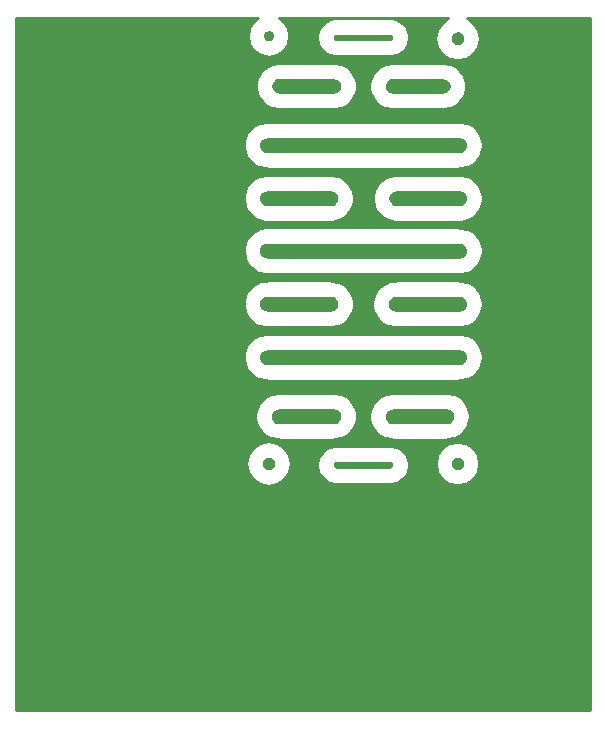
<source format=gbr>
G04 #@! TF.FileFunction,Copper,L2,Bot,Signal*
%FSLAX46Y46*%
G04 Gerber Fmt 4.6, Leading zero omitted, Abs format (unit mm)*
G04 Created by KiCad (PCBNEW 4.0.6+dfsg1-1) date Sun Jan 28 21:25:43 2018*
%MOMM*%
%LPD*%
G01*
G04 APERTURE LIST*
%ADD10C,0.100000*%
%ADD11C,2.499360*%
%ADD12C,0.254000*%
G04 APERTURE END LIST*
D10*
D11*
X104750000Y-53750000D03*
X104750000Y-106250000D03*
X145250000Y-106250000D03*
X145250000Y-53750000D03*
D12*
G36*
X120852266Y-50952266D02*
X120469756Y-51524731D01*
X120335437Y-52200000D01*
X120469756Y-52875269D01*
X120852266Y-53447734D01*
X121424731Y-53830244D01*
X122100000Y-53964563D01*
X122775269Y-53830244D01*
X123347734Y-53447734D01*
X123730244Y-52875269D01*
X123864563Y-52200000D01*
X123855933Y-52156609D01*
X126229123Y-52156609D01*
X126229124Y-52310089D01*
X126229123Y-52493391D01*
X126293825Y-52818672D01*
X126293825Y-52818673D01*
X126403572Y-53083625D01*
X126587829Y-53359385D01*
X126790615Y-53562171D01*
X127066375Y-53746428D01*
X127331328Y-53856175D01*
X127656610Y-53920877D01*
X127729000Y-53920877D01*
X127800000Y-53935000D01*
X132400000Y-53935000D01*
X132471002Y-53920877D01*
X132543391Y-53920877D01*
X132868672Y-53856175D01*
X132868673Y-53856175D01*
X133133625Y-53746428D01*
X133409385Y-53562171D01*
X133612171Y-53359385D01*
X133796428Y-53083625D01*
X133906175Y-52818672D01*
X133970877Y-52493390D01*
X133970877Y-52156610D01*
X133906175Y-51831328D01*
X133822419Y-51629123D01*
X133796428Y-51566375D01*
X133612171Y-51290615D01*
X133409385Y-51087829D01*
X133133625Y-50903572D01*
X132868673Y-50793825D01*
X132868672Y-50793825D01*
X132543391Y-50729123D01*
X132471002Y-50729123D01*
X132400000Y-50715000D01*
X127800000Y-50715000D01*
X127729000Y-50729123D01*
X127656610Y-50729123D01*
X127331328Y-50793825D01*
X127066375Y-50903572D01*
X126790615Y-51087829D01*
X126587829Y-51290615D01*
X126403572Y-51566375D01*
X126332122Y-51738870D01*
X126293825Y-51831328D01*
X126229123Y-52156609D01*
X123855933Y-52156609D01*
X123730244Y-51524731D01*
X123347734Y-50952266D01*
X122985158Y-50710000D01*
X137318892Y-50710000D01*
X136774051Y-51074051D01*
X136367564Y-51682402D01*
X136224825Y-52400000D01*
X136367564Y-53117598D01*
X136774051Y-53725949D01*
X137382402Y-54132436D01*
X138100000Y-54275175D01*
X138817598Y-54132436D01*
X139425949Y-53725949D01*
X139832436Y-53117598D01*
X139975175Y-52400000D01*
X139832436Y-51682402D01*
X139425949Y-51074051D01*
X138881108Y-50710000D01*
X149290000Y-50710000D01*
X149290000Y-109290000D01*
X100710000Y-109290000D01*
X100710000Y-88400000D01*
X120224825Y-88400000D01*
X120367564Y-89117598D01*
X120774051Y-89725949D01*
X121382402Y-90132436D01*
X122100000Y-90275175D01*
X122817598Y-90132436D01*
X123425949Y-89725949D01*
X123832436Y-89117598D01*
X123975175Y-88400000D01*
X123966545Y-88356609D01*
X126229123Y-88356609D01*
X126229124Y-88510089D01*
X126229123Y-88693391D01*
X126293825Y-89018672D01*
X126293825Y-89018673D01*
X126403572Y-89283625D01*
X126587829Y-89559385D01*
X126790615Y-89762171D01*
X127066375Y-89946428D01*
X127331328Y-90056175D01*
X127656610Y-90120877D01*
X127729000Y-90120877D01*
X127800000Y-90135000D01*
X132400000Y-90135000D01*
X132471002Y-90120877D01*
X132543391Y-90120877D01*
X132868672Y-90056175D01*
X132868673Y-90056175D01*
X133133625Y-89946428D01*
X133409385Y-89762171D01*
X133612171Y-89559385D01*
X133796428Y-89283625D01*
X133906175Y-89018672D01*
X133970877Y-88693390D01*
X133970877Y-88400000D01*
X136246966Y-88400000D01*
X136388020Y-89109125D01*
X136789707Y-89710293D01*
X137390875Y-90111980D01*
X138100000Y-90253034D01*
X138809125Y-90111980D01*
X139410293Y-89710293D01*
X139811980Y-89109125D01*
X139953034Y-88400000D01*
X139811980Y-87690875D01*
X139410293Y-87089707D01*
X138809125Y-86688020D01*
X138100000Y-86546966D01*
X137390875Y-86688020D01*
X136789707Y-87089707D01*
X136388020Y-87690875D01*
X136246966Y-88400000D01*
X133970877Y-88400000D01*
X133970877Y-88356610D01*
X133906175Y-88031328D01*
X133822419Y-87829123D01*
X133796428Y-87766375D01*
X133612171Y-87490615D01*
X133409385Y-87287829D01*
X133133625Y-87103572D01*
X132868673Y-86993825D01*
X132868672Y-86993825D01*
X132543391Y-86929123D01*
X132471002Y-86929123D01*
X132400000Y-86915000D01*
X127800000Y-86915000D01*
X127729000Y-86929123D01*
X127656610Y-86929123D01*
X127331328Y-86993825D01*
X127066375Y-87103572D01*
X126790615Y-87287829D01*
X126587829Y-87490615D01*
X126403572Y-87766375D01*
X126293825Y-88031327D01*
X126293825Y-88031328D01*
X126229123Y-88356609D01*
X123966545Y-88356609D01*
X123832436Y-87682402D01*
X123425949Y-87074051D01*
X122817598Y-86667564D01*
X122100000Y-86524825D01*
X121382402Y-86667564D01*
X120774051Y-87074051D01*
X120367564Y-87682402D01*
X120224825Y-88400000D01*
X100710000Y-88400000D01*
X100710000Y-84464464D01*
X120973968Y-84464464D01*
X120979123Y-84478468D01*
X120979123Y-84543392D01*
X121074274Y-85021744D01*
X121074274Y-85021746D01*
X121184021Y-85286698D01*
X121454987Y-85692228D01*
X121657773Y-85895013D01*
X122063302Y-86165979D01*
X122250651Y-86243582D01*
X122328254Y-86275726D01*
X122806608Y-86370877D01*
X122879000Y-86370877D01*
X122950000Y-86385000D01*
X127600000Y-86385000D01*
X127671000Y-86370877D01*
X127743392Y-86370877D01*
X128221746Y-86275726D01*
X128486698Y-86165979D01*
X128892228Y-85895013D01*
X129095013Y-85692227D01*
X129365979Y-85286698D01*
X129453240Y-85076032D01*
X129475726Y-85021746D01*
X129570877Y-84543392D01*
X129570877Y-84464464D01*
X130623968Y-84464464D01*
X130629123Y-84478468D01*
X130629123Y-84543392D01*
X130724274Y-85021744D01*
X130724274Y-85021746D01*
X130834021Y-85286698D01*
X131104987Y-85692228D01*
X131307773Y-85895013D01*
X131713302Y-86165979D01*
X131900651Y-86243582D01*
X131978254Y-86275726D01*
X132456608Y-86370877D01*
X132479000Y-86370877D01*
X132550000Y-86385000D01*
X137200000Y-86385000D01*
X137271000Y-86370877D01*
X137293392Y-86370877D01*
X137771746Y-86275726D01*
X138036698Y-86165979D01*
X138442228Y-85895013D01*
X138645013Y-85692227D01*
X138915979Y-85286698D01*
X139003240Y-85076032D01*
X139025726Y-85021746D01*
X139120877Y-84543392D01*
X139120877Y-84256608D01*
X139025726Y-83778254D01*
X138984664Y-83679123D01*
X138915979Y-83513302D01*
X138645013Y-83107773D01*
X138543848Y-83006608D01*
X138442228Y-82904987D01*
X138036698Y-82634021D01*
X137771746Y-82524274D01*
X137293392Y-82429123D01*
X137271000Y-82429123D01*
X137200000Y-82415000D01*
X132600000Y-82415000D01*
X132551670Y-82424613D01*
X132535535Y-82423968D01*
X132053376Y-82499984D01*
X131784248Y-82599054D01*
X131367882Y-82853798D01*
X131367879Y-82853799D01*
X131157150Y-83048318D01*
X130869964Y-83443009D01*
X130837498Y-83513302D01*
X130749715Y-83703362D01*
X130635430Y-84177911D01*
X130632620Y-84248168D01*
X130629123Y-84256610D01*
X130629123Y-84335588D01*
X130623968Y-84464464D01*
X129570877Y-84464464D01*
X129570877Y-84256608D01*
X129475726Y-83778254D01*
X129434664Y-83679123D01*
X129365979Y-83513302D01*
X129095013Y-83107773D01*
X128993848Y-83006608D01*
X128892228Y-82904987D01*
X128486698Y-82634021D01*
X128221746Y-82524274D01*
X127743392Y-82429123D01*
X127671000Y-82429123D01*
X127600000Y-82415000D01*
X123000000Y-82415000D01*
X122943299Y-82426279D01*
X122885535Y-82423968D01*
X122403376Y-82499984D01*
X122134248Y-82599054D01*
X121717882Y-82853798D01*
X121717879Y-82853799D01*
X121507150Y-83048318D01*
X121219964Y-83443009D01*
X121187498Y-83513302D01*
X121099715Y-83703362D01*
X120985430Y-84177911D01*
X120982620Y-84248168D01*
X120979123Y-84256610D01*
X120979123Y-84335588D01*
X120973968Y-84464464D01*
X100710000Y-84464464D01*
X100710000Y-79464464D01*
X119973968Y-79464464D01*
X119979123Y-79478468D01*
X119979123Y-79543392D01*
X120074274Y-80021744D01*
X120074274Y-80021746D01*
X120184021Y-80286698D01*
X120454987Y-80692228D01*
X120657773Y-80895013D01*
X121063302Y-81165979D01*
X121250651Y-81243582D01*
X121328254Y-81275726D01*
X121806608Y-81370877D01*
X121879000Y-81370877D01*
X121950000Y-81385000D01*
X138250000Y-81385000D01*
X138321000Y-81370877D01*
X138393392Y-81370877D01*
X138871746Y-81275726D01*
X139136698Y-81165979D01*
X139542228Y-80895013D01*
X139745013Y-80692227D01*
X140015979Y-80286698D01*
X140103240Y-80076032D01*
X140125726Y-80021746D01*
X140220877Y-79543392D01*
X140220877Y-79256608D01*
X140125726Y-78778254D01*
X140084664Y-78679123D01*
X140015979Y-78513302D01*
X139745013Y-78107773D01*
X139643848Y-78006608D01*
X139542228Y-77904987D01*
X139136698Y-77634021D01*
X138871746Y-77524274D01*
X138393392Y-77429123D01*
X138321000Y-77429123D01*
X138250000Y-77415000D01*
X121950000Y-77415000D01*
X121901670Y-77424613D01*
X121885535Y-77423968D01*
X121403376Y-77499984D01*
X121134248Y-77599054D01*
X120717882Y-77853798D01*
X120717879Y-77853799D01*
X120507150Y-78048318D01*
X120219964Y-78443009D01*
X120187498Y-78513302D01*
X120099715Y-78703362D01*
X119985430Y-79177911D01*
X119982620Y-79248168D01*
X119979123Y-79256610D01*
X119979123Y-79335588D01*
X119973968Y-79464464D01*
X100710000Y-79464464D01*
X100710000Y-74964464D01*
X119973968Y-74964464D01*
X119979123Y-74978468D01*
X119979123Y-75043392D01*
X120074274Y-75521744D01*
X120074274Y-75521746D01*
X120184021Y-75786698D01*
X120454987Y-76192228D01*
X120657773Y-76395013D01*
X121063302Y-76665979D01*
X121250651Y-76743582D01*
X121328254Y-76775726D01*
X121806608Y-76870877D01*
X121879000Y-76870877D01*
X121950000Y-76885000D01*
X127350000Y-76885000D01*
X127421000Y-76870877D01*
X127493392Y-76870877D01*
X127971746Y-76775726D01*
X128236698Y-76665979D01*
X128642228Y-76395013D01*
X128845013Y-76192227D01*
X129115979Y-75786698D01*
X129203240Y-75576032D01*
X129225726Y-75521746D01*
X129320877Y-75043392D01*
X129320877Y-74964464D01*
X130873968Y-74964464D01*
X130879123Y-74978468D01*
X130879123Y-75043392D01*
X130974274Y-75521744D01*
X130974274Y-75521746D01*
X131084021Y-75786698D01*
X131354987Y-76192228D01*
X131557773Y-76395013D01*
X131963302Y-76665979D01*
X132150651Y-76743582D01*
X132228254Y-76775726D01*
X132706608Y-76870877D01*
X132829000Y-76870877D01*
X132900000Y-76885000D01*
X138250000Y-76885000D01*
X138321000Y-76870877D01*
X138393392Y-76870877D01*
X138871746Y-76775726D01*
X139136698Y-76665979D01*
X139542228Y-76395013D01*
X139745013Y-76192227D01*
X140015979Y-75786698D01*
X140103240Y-75576032D01*
X140125726Y-75521746D01*
X140220877Y-75043392D01*
X140220877Y-74756608D01*
X140125726Y-74278254D01*
X140084664Y-74179123D01*
X140015979Y-74013302D01*
X139745013Y-73607773D01*
X139643848Y-73506608D01*
X139542228Y-73404987D01*
X139136698Y-73134021D01*
X138871746Y-73024274D01*
X138393392Y-72929123D01*
X138321000Y-72929123D01*
X138250000Y-72915000D01*
X132900000Y-72915000D01*
X132843299Y-72926279D01*
X132785535Y-72923968D01*
X132303376Y-72999984D01*
X132034248Y-73099054D01*
X131617882Y-73353798D01*
X131617879Y-73353799D01*
X131407150Y-73548318D01*
X131119964Y-73943009D01*
X131087498Y-74013302D01*
X130999715Y-74203362D01*
X130885430Y-74677911D01*
X130882620Y-74748168D01*
X130879123Y-74756610D01*
X130879123Y-74835588D01*
X130873968Y-74964464D01*
X129320877Y-74964464D01*
X129320877Y-74756608D01*
X129225726Y-74278254D01*
X129184664Y-74179123D01*
X129115979Y-74013302D01*
X128845013Y-73607773D01*
X128743848Y-73506608D01*
X128642228Y-73404987D01*
X128236698Y-73134021D01*
X127971746Y-73024274D01*
X127493392Y-72929123D01*
X127421000Y-72929123D01*
X127350000Y-72915000D01*
X122000000Y-72915000D01*
X121943299Y-72926279D01*
X121885535Y-72923968D01*
X121403376Y-72999984D01*
X121134248Y-73099054D01*
X120717882Y-73353798D01*
X120717879Y-73353799D01*
X120507150Y-73548318D01*
X120219964Y-73943009D01*
X120187498Y-74013302D01*
X120099715Y-74203362D01*
X119985430Y-74677911D01*
X119982620Y-74748168D01*
X119979123Y-74756610D01*
X119979123Y-74835588D01*
X119973968Y-74964464D01*
X100710000Y-74964464D01*
X100710000Y-70464464D01*
X119973968Y-70464464D01*
X119979123Y-70478468D01*
X119979123Y-70543392D01*
X120074274Y-71021744D01*
X120074274Y-71021746D01*
X120184021Y-71286698D01*
X120454987Y-71692228D01*
X120657773Y-71895013D01*
X121063302Y-72165979D01*
X121250651Y-72243582D01*
X121328254Y-72275726D01*
X121806608Y-72370877D01*
X121879000Y-72370877D01*
X121950000Y-72385000D01*
X138250000Y-72385000D01*
X138321000Y-72370877D01*
X138393392Y-72370877D01*
X138871746Y-72275726D01*
X139136698Y-72165979D01*
X139542228Y-71895013D01*
X139745013Y-71692227D01*
X140015979Y-71286698D01*
X140103240Y-71076032D01*
X140125726Y-71021746D01*
X140220877Y-70543392D01*
X140220877Y-70256608D01*
X140125726Y-69778254D01*
X140084664Y-69679123D01*
X140015979Y-69513302D01*
X139745013Y-69107773D01*
X139643848Y-69006608D01*
X139542228Y-68904987D01*
X139136698Y-68634021D01*
X138871746Y-68524274D01*
X138393392Y-68429123D01*
X138321000Y-68429123D01*
X138250000Y-68415000D01*
X122000000Y-68415000D01*
X121943299Y-68426279D01*
X121885535Y-68423968D01*
X121403376Y-68499984D01*
X121134248Y-68599054D01*
X120717882Y-68853798D01*
X120717879Y-68853799D01*
X120507150Y-69048318D01*
X120219964Y-69443009D01*
X120187498Y-69513302D01*
X120099715Y-69703362D01*
X119985430Y-70177911D01*
X119982620Y-70248168D01*
X119979123Y-70256610D01*
X119979123Y-70335588D01*
X119973968Y-70464464D01*
X100710000Y-70464464D01*
X100710000Y-66014464D01*
X119973968Y-66014464D01*
X119979123Y-66028468D01*
X119979123Y-66093392D01*
X120074274Y-66571744D01*
X120074274Y-66571746D01*
X120184021Y-66836698D01*
X120454987Y-67242228D01*
X120657773Y-67445013D01*
X121063302Y-67715979D01*
X121250651Y-67793582D01*
X121328254Y-67825726D01*
X121806608Y-67920877D01*
X121879000Y-67920877D01*
X121950000Y-67935000D01*
X127350000Y-67935000D01*
X127421000Y-67920877D01*
X127493392Y-67920877D01*
X127971746Y-67825726D01*
X128236698Y-67715979D01*
X128642228Y-67445013D01*
X128845013Y-67242227D01*
X129115979Y-66836698D01*
X129203240Y-66626032D01*
X129225726Y-66571746D01*
X129320877Y-66093392D01*
X129320877Y-66014464D01*
X130923968Y-66014464D01*
X130929123Y-66028468D01*
X130929123Y-66093392D01*
X131024274Y-66571744D01*
X131024274Y-66571746D01*
X131134021Y-66836698D01*
X131404987Y-67242228D01*
X131607773Y-67445013D01*
X132013302Y-67715979D01*
X132200651Y-67793582D01*
X132278254Y-67825726D01*
X132756608Y-67920877D01*
X132829000Y-67920877D01*
X132900000Y-67935000D01*
X138250000Y-67935000D01*
X138321000Y-67920877D01*
X138393392Y-67920877D01*
X138871746Y-67825726D01*
X139136698Y-67715979D01*
X139542228Y-67445013D01*
X139745013Y-67242227D01*
X140015979Y-66836698D01*
X140103240Y-66626032D01*
X140125726Y-66571746D01*
X140220877Y-66093392D01*
X140220877Y-65806608D01*
X140125726Y-65328254D01*
X140084664Y-65229123D01*
X140015979Y-65063302D01*
X139745013Y-64657773D01*
X139643848Y-64556608D01*
X139542228Y-64454987D01*
X139136698Y-64184021D01*
X138871746Y-64074274D01*
X138393392Y-63979123D01*
X138371000Y-63979123D01*
X138300000Y-63965000D01*
X132950000Y-63965000D01*
X132893299Y-63976279D01*
X132835535Y-63973968D01*
X132353376Y-64049984D01*
X132084248Y-64149054D01*
X131667882Y-64403798D01*
X131667879Y-64403799D01*
X131457150Y-64598318D01*
X131169964Y-64993009D01*
X131137498Y-65063302D01*
X131049715Y-65253362D01*
X130935430Y-65727911D01*
X130932620Y-65798168D01*
X130929123Y-65806610D01*
X130929123Y-65885588D01*
X130923968Y-66014464D01*
X129320877Y-66014464D01*
X129320877Y-65806608D01*
X129225726Y-65328254D01*
X129184664Y-65229123D01*
X129115979Y-65063302D01*
X128845013Y-64657773D01*
X128743848Y-64556608D01*
X128642228Y-64454987D01*
X128236698Y-64184021D01*
X127971746Y-64074274D01*
X127493392Y-63979123D01*
X127421000Y-63979123D01*
X127350000Y-63965000D01*
X122000000Y-63965000D01*
X121943299Y-63976279D01*
X121885535Y-63973968D01*
X121403376Y-64049984D01*
X121134248Y-64149054D01*
X120717882Y-64403798D01*
X120717879Y-64403799D01*
X120507150Y-64598318D01*
X120219964Y-64993009D01*
X120187498Y-65063302D01*
X120099715Y-65253362D01*
X119985430Y-65727911D01*
X119982620Y-65798168D01*
X119979123Y-65806610D01*
X119979123Y-65885588D01*
X119973968Y-66014464D01*
X100710000Y-66014464D01*
X100710000Y-61514464D01*
X119973968Y-61514464D01*
X119979123Y-61528468D01*
X119979123Y-61593392D01*
X120074274Y-62071744D01*
X120074274Y-62071746D01*
X120184021Y-62336698D01*
X120454987Y-62742228D01*
X120657773Y-62945013D01*
X121063302Y-63215979D01*
X121250651Y-63293582D01*
X121328254Y-63325726D01*
X121806608Y-63420877D01*
X121879000Y-63420877D01*
X121950000Y-63435000D01*
X138250000Y-63435000D01*
X138321000Y-63420877D01*
X138393392Y-63420877D01*
X138871746Y-63325726D01*
X139136698Y-63215979D01*
X139542228Y-62945013D01*
X139745013Y-62742227D01*
X140015979Y-62336698D01*
X140103240Y-62126032D01*
X140125726Y-62071746D01*
X140220877Y-61593392D01*
X140220877Y-61306608D01*
X140125726Y-60828254D01*
X140084664Y-60729123D01*
X140015979Y-60563302D01*
X139745013Y-60157773D01*
X139643848Y-60056608D01*
X139542228Y-59954987D01*
X139136698Y-59684021D01*
X138871746Y-59574274D01*
X138393392Y-59479123D01*
X138321000Y-59479123D01*
X138250000Y-59465000D01*
X122000000Y-59465000D01*
X121943299Y-59476279D01*
X121885535Y-59473968D01*
X121403376Y-59549984D01*
X121134248Y-59649054D01*
X120717882Y-59903798D01*
X120717879Y-59903799D01*
X120507150Y-60098318D01*
X120219964Y-60493009D01*
X120187498Y-60563302D01*
X120099715Y-60753362D01*
X119985430Y-61227911D01*
X119982620Y-61298168D01*
X119979123Y-61306610D01*
X119979123Y-61385588D01*
X119973968Y-61514464D01*
X100710000Y-61514464D01*
X100710000Y-56514464D01*
X121023968Y-56514464D01*
X121029123Y-56528468D01*
X121029123Y-56593392D01*
X121124274Y-57071744D01*
X121124274Y-57071746D01*
X121234021Y-57336698D01*
X121504987Y-57742228D01*
X121707773Y-57945013D01*
X122113302Y-58215979D01*
X122300651Y-58293582D01*
X122378254Y-58325726D01*
X122856608Y-58420877D01*
X122929000Y-58420877D01*
X123000000Y-58435000D01*
X127600000Y-58435000D01*
X127671000Y-58420877D01*
X127743392Y-58420877D01*
X128221746Y-58325726D01*
X128486698Y-58215979D01*
X128892228Y-57945013D01*
X129095013Y-57742227D01*
X129365979Y-57336698D01*
X129453240Y-57126032D01*
X129475726Y-57071746D01*
X129570877Y-56593392D01*
X129570877Y-56514464D01*
X130623968Y-56514464D01*
X130629123Y-56528468D01*
X130629123Y-56593392D01*
X130724274Y-57071744D01*
X130724274Y-57071746D01*
X130834021Y-57336698D01*
X131104987Y-57742228D01*
X131307773Y-57945013D01*
X131713302Y-58215979D01*
X131900651Y-58293582D01*
X131978254Y-58325726D01*
X132456608Y-58420877D01*
X132529000Y-58420877D01*
X132600000Y-58435000D01*
X136850000Y-58435000D01*
X136921000Y-58420877D01*
X136993392Y-58420877D01*
X137471746Y-58325726D01*
X137736698Y-58215979D01*
X138142228Y-57945013D01*
X138345013Y-57742227D01*
X138615979Y-57336698D01*
X138703240Y-57126032D01*
X138725726Y-57071746D01*
X138820877Y-56593392D01*
X138820877Y-56306608D01*
X138725726Y-55828254D01*
X138684664Y-55729123D01*
X138615979Y-55563302D01*
X138345013Y-55157773D01*
X138243848Y-55056608D01*
X138142228Y-54954987D01*
X137736698Y-54684021D01*
X137471746Y-54574274D01*
X136993392Y-54479123D01*
X136921000Y-54479123D01*
X136850000Y-54465000D01*
X132650000Y-54465000D01*
X132593299Y-54476279D01*
X132535535Y-54473968D01*
X132053376Y-54549984D01*
X131784248Y-54649054D01*
X131367882Y-54903798D01*
X131367879Y-54903799D01*
X131157150Y-55098318D01*
X130869964Y-55493009D01*
X130837498Y-55563302D01*
X130749715Y-55753362D01*
X130635430Y-56227911D01*
X130632620Y-56298168D01*
X130629123Y-56306610D01*
X130629123Y-56385588D01*
X130623968Y-56514464D01*
X129570877Y-56514464D01*
X129570877Y-56306608D01*
X129475726Y-55828254D01*
X129434664Y-55729123D01*
X129365979Y-55563302D01*
X129095013Y-55157773D01*
X128993848Y-55056608D01*
X128892228Y-54954987D01*
X128486698Y-54684021D01*
X128221746Y-54574274D01*
X127743392Y-54479123D01*
X127671000Y-54479123D01*
X127600000Y-54465000D01*
X123050000Y-54465000D01*
X122993299Y-54476279D01*
X122935535Y-54473968D01*
X122453376Y-54549984D01*
X122184248Y-54649054D01*
X121767882Y-54903798D01*
X121767879Y-54903799D01*
X121557150Y-55098318D01*
X121269964Y-55493009D01*
X121237498Y-55563302D01*
X121149715Y-55753362D01*
X121035430Y-56227911D01*
X121032620Y-56298168D01*
X121029123Y-56306610D01*
X121029123Y-56385588D01*
X121023968Y-56514464D01*
X100710000Y-56514464D01*
X100710000Y-50710000D01*
X121214842Y-50710000D01*
X120852266Y-50952266D01*
X120852266Y-50952266D01*
G37*
X120852266Y-50952266D02*
X120469756Y-51524731D01*
X120335437Y-52200000D01*
X120469756Y-52875269D01*
X120852266Y-53447734D01*
X121424731Y-53830244D01*
X122100000Y-53964563D01*
X122775269Y-53830244D01*
X123347734Y-53447734D01*
X123730244Y-52875269D01*
X123864563Y-52200000D01*
X123855933Y-52156609D01*
X126229123Y-52156609D01*
X126229124Y-52310089D01*
X126229123Y-52493391D01*
X126293825Y-52818672D01*
X126293825Y-52818673D01*
X126403572Y-53083625D01*
X126587829Y-53359385D01*
X126790615Y-53562171D01*
X127066375Y-53746428D01*
X127331328Y-53856175D01*
X127656610Y-53920877D01*
X127729000Y-53920877D01*
X127800000Y-53935000D01*
X132400000Y-53935000D01*
X132471002Y-53920877D01*
X132543391Y-53920877D01*
X132868672Y-53856175D01*
X132868673Y-53856175D01*
X133133625Y-53746428D01*
X133409385Y-53562171D01*
X133612171Y-53359385D01*
X133796428Y-53083625D01*
X133906175Y-52818672D01*
X133970877Y-52493390D01*
X133970877Y-52156610D01*
X133906175Y-51831328D01*
X133822419Y-51629123D01*
X133796428Y-51566375D01*
X133612171Y-51290615D01*
X133409385Y-51087829D01*
X133133625Y-50903572D01*
X132868673Y-50793825D01*
X132868672Y-50793825D01*
X132543391Y-50729123D01*
X132471002Y-50729123D01*
X132400000Y-50715000D01*
X127800000Y-50715000D01*
X127729000Y-50729123D01*
X127656610Y-50729123D01*
X127331328Y-50793825D01*
X127066375Y-50903572D01*
X126790615Y-51087829D01*
X126587829Y-51290615D01*
X126403572Y-51566375D01*
X126332122Y-51738870D01*
X126293825Y-51831328D01*
X126229123Y-52156609D01*
X123855933Y-52156609D01*
X123730244Y-51524731D01*
X123347734Y-50952266D01*
X122985158Y-50710000D01*
X137318892Y-50710000D01*
X136774051Y-51074051D01*
X136367564Y-51682402D01*
X136224825Y-52400000D01*
X136367564Y-53117598D01*
X136774051Y-53725949D01*
X137382402Y-54132436D01*
X138100000Y-54275175D01*
X138817598Y-54132436D01*
X139425949Y-53725949D01*
X139832436Y-53117598D01*
X139975175Y-52400000D01*
X139832436Y-51682402D01*
X139425949Y-51074051D01*
X138881108Y-50710000D01*
X149290000Y-50710000D01*
X149290000Y-109290000D01*
X100710000Y-109290000D01*
X100710000Y-88400000D01*
X120224825Y-88400000D01*
X120367564Y-89117598D01*
X120774051Y-89725949D01*
X121382402Y-90132436D01*
X122100000Y-90275175D01*
X122817598Y-90132436D01*
X123425949Y-89725949D01*
X123832436Y-89117598D01*
X123975175Y-88400000D01*
X123966545Y-88356609D01*
X126229123Y-88356609D01*
X126229124Y-88510089D01*
X126229123Y-88693391D01*
X126293825Y-89018672D01*
X126293825Y-89018673D01*
X126403572Y-89283625D01*
X126587829Y-89559385D01*
X126790615Y-89762171D01*
X127066375Y-89946428D01*
X127331328Y-90056175D01*
X127656610Y-90120877D01*
X127729000Y-90120877D01*
X127800000Y-90135000D01*
X132400000Y-90135000D01*
X132471002Y-90120877D01*
X132543391Y-90120877D01*
X132868672Y-90056175D01*
X132868673Y-90056175D01*
X133133625Y-89946428D01*
X133409385Y-89762171D01*
X133612171Y-89559385D01*
X133796428Y-89283625D01*
X133906175Y-89018672D01*
X133970877Y-88693390D01*
X133970877Y-88400000D01*
X136246966Y-88400000D01*
X136388020Y-89109125D01*
X136789707Y-89710293D01*
X137390875Y-90111980D01*
X138100000Y-90253034D01*
X138809125Y-90111980D01*
X139410293Y-89710293D01*
X139811980Y-89109125D01*
X139953034Y-88400000D01*
X139811980Y-87690875D01*
X139410293Y-87089707D01*
X138809125Y-86688020D01*
X138100000Y-86546966D01*
X137390875Y-86688020D01*
X136789707Y-87089707D01*
X136388020Y-87690875D01*
X136246966Y-88400000D01*
X133970877Y-88400000D01*
X133970877Y-88356610D01*
X133906175Y-88031328D01*
X133822419Y-87829123D01*
X133796428Y-87766375D01*
X133612171Y-87490615D01*
X133409385Y-87287829D01*
X133133625Y-87103572D01*
X132868673Y-86993825D01*
X132868672Y-86993825D01*
X132543391Y-86929123D01*
X132471002Y-86929123D01*
X132400000Y-86915000D01*
X127800000Y-86915000D01*
X127729000Y-86929123D01*
X127656610Y-86929123D01*
X127331328Y-86993825D01*
X127066375Y-87103572D01*
X126790615Y-87287829D01*
X126587829Y-87490615D01*
X126403572Y-87766375D01*
X126293825Y-88031327D01*
X126293825Y-88031328D01*
X126229123Y-88356609D01*
X123966545Y-88356609D01*
X123832436Y-87682402D01*
X123425949Y-87074051D01*
X122817598Y-86667564D01*
X122100000Y-86524825D01*
X121382402Y-86667564D01*
X120774051Y-87074051D01*
X120367564Y-87682402D01*
X120224825Y-88400000D01*
X100710000Y-88400000D01*
X100710000Y-84464464D01*
X120973968Y-84464464D01*
X120979123Y-84478468D01*
X120979123Y-84543392D01*
X121074274Y-85021744D01*
X121074274Y-85021746D01*
X121184021Y-85286698D01*
X121454987Y-85692228D01*
X121657773Y-85895013D01*
X122063302Y-86165979D01*
X122250651Y-86243582D01*
X122328254Y-86275726D01*
X122806608Y-86370877D01*
X122879000Y-86370877D01*
X122950000Y-86385000D01*
X127600000Y-86385000D01*
X127671000Y-86370877D01*
X127743392Y-86370877D01*
X128221746Y-86275726D01*
X128486698Y-86165979D01*
X128892228Y-85895013D01*
X129095013Y-85692227D01*
X129365979Y-85286698D01*
X129453240Y-85076032D01*
X129475726Y-85021746D01*
X129570877Y-84543392D01*
X129570877Y-84464464D01*
X130623968Y-84464464D01*
X130629123Y-84478468D01*
X130629123Y-84543392D01*
X130724274Y-85021744D01*
X130724274Y-85021746D01*
X130834021Y-85286698D01*
X131104987Y-85692228D01*
X131307773Y-85895013D01*
X131713302Y-86165979D01*
X131900651Y-86243582D01*
X131978254Y-86275726D01*
X132456608Y-86370877D01*
X132479000Y-86370877D01*
X132550000Y-86385000D01*
X137200000Y-86385000D01*
X137271000Y-86370877D01*
X137293392Y-86370877D01*
X137771746Y-86275726D01*
X138036698Y-86165979D01*
X138442228Y-85895013D01*
X138645013Y-85692227D01*
X138915979Y-85286698D01*
X139003240Y-85076032D01*
X139025726Y-85021746D01*
X139120877Y-84543392D01*
X139120877Y-84256608D01*
X139025726Y-83778254D01*
X138984664Y-83679123D01*
X138915979Y-83513302D01*
X138645013Y-83107773D01*
X138543848Y-83006608D01*
X138442228Y-82904987D01*
X138036698Y-82634021D01*
X137771746Y-82524274D01*
X137293392Y-82429123D01*
X137271000Y-82429123D01*
X137200000Y-82415000D01*
X132600000Y-82415000D01*
X132551670Y-82424613D01*
X132535535Y-82423968D01*
X132053376Y-82499984D01*
X131784248Y-82599054D01*
X131367882Y-82853798D01*
X131367879Y-82853799D01*
X131157150Y-83048318D01*
X130869964Y-83443009D01*
X130837498Y-83513302D01*
X130749715Y-83703362D01*
X130635430Y-84177911D01*
X130632620Y-84248168D01*
X130629123Y-84256610D01*
X130629123Y-84335588D01*
X130623968Y-84464464D01*
X129570877Y-84464464D01*
X129570877Y-84256608D01*
X129475726Y-83778254D01*
X129434664Y-83679123D01*
X129365979Y-83513302D01*
X129095013Y-83107773D01*
X128993848Y-83006608D01*
X128892228Y-82904987D01*
X128486698Y-82634021D01*
X128221746Y-82524274D01*
X127743392Y-82429123D01*
X127671000Y-82429123D01*
X127600000Y-82415000D01*
X123000000Y-82415000D01*
X122943299Y-82426279D01*
X122885535Y-82423968D01*
X122403376Y-82499984D01*
X122134248Y-82599054D01*
X121717882Y-82853798D01*
X121717879Y-82853799D01*
X121507150Y-83048318D01*
X121219964Y-83443009D01*
X121187498Y-83513302D01*
X121099715Y-83703362D01*
X120985430Y-84177911D01*
X120982620Y-84248168D01*
X120979123Y-84256610D01*
X120979123Y-84335588D01*
X120973968Y-84464464D01*
X100710000Y-84464464D01*
X100710000Y-79464464D01*
X119973968Y-79464464D01*
X119979123Y-79478468D01*
X119979123Y-79543392D01*
X120074274Y-80021744D01*
X120074274Y-80021746D01*
X120184021Y-80286698D01*
X120454987Y-80692228D01*
X120657773Y-80895013D01*
X121063302Y-81165979D01*
X121250651Y-81243582D01*
X121328254Y-81275726D01*
X121806608Y-81370877D01*
X121879000Y-81370877D01*
X121950000Y-81385000D01*
X138250000Y-81385000D01*
X138321000Y-81370877D01*
X138393392Y-81370877D01*
X138871746Y-81275726D01*
X139136698Y-81165979D01*
X139542228Y-80895013D01*
X139745013Y-80692227D01*
X140015979Y-80286698D01*
X140103240Y-80076032D01*
X140125726Y-80021746D01*
X140220877Y-79543392D01*
X140220877Y-79256608D01*
X140125726Y-78778254D01*
X140084664Y-78679123D01*
X140015979Y-78513302D01*
X139745013Y-78107773D01*
X139643848Y-78006608D01*
X139542228Y-77904987D01*
X139136698Y-77634021D01*
X138871746Y-77524274D01*
X138393392Y-77429123D01*
X138321000Y-77429123D01*
X138250000Y-77415000D01*
X121950000Y-77415000D01*
X121901670Y-77424613D01*
X121885535Y-77423968D01*
X121403376Y-77499984D01*
X121134248Y-77599054D01*
X120717882Y-77853798D01*
X120717879Y-77853799D01*
X120507150Y-78048318D01*
X120219964Y-78443009D01*
X120187498Y-78513302D01*
X120099715Y-78703362D01*
X119985430Y-79177911D01*
X119982620Y-79248168D01*
X119979123Y-79256610D01*
X119979123Y-79335588D01*
X119973968Y-79464464D01*
X100710000Y-79464464D01*
X100710000Y-74964464D01*
X119973968Y-74964464D01*
X119979123Y-74978468D01*
X119979123Y-75043392D01*
X120074274Y-75521744D01*
X120074274Y-75521746D01*
X120184021Y-75786698D01*
X120454987Y-76192228D01*
X120657773Y-76395013D01*
X121063302Y-76665979D01*
X121250651Y-76743582D01*
X121328254Y-76775726D01*
X121806608Y-76870877D01*
X121879000Y-76870877D01*
X121950000Y-76885000D01*
X127350000Y-76885000D01*
X127421000Y-76870877D01*
X127493392Y-76870877D01*
X127971746Y-76775726D01*
X128236698Y-76665979D01*
X128642228Y-76395013D01*
X128845013Y-76192227D01*
X129115979Y-75786698D01*
X129203240Y-75576032D01*
X129225726Y-75521746D01*
X129320877Y-75043392D01*
X129320877Y-74964464D01*
X130873968Y-74964464D01*
X130879123Y-74978468D01*
X130879123Y-75043392D01*
X130974274Y-75521744D01*
X130974274Y-75521746D01*
X131084021Y-75786698D01*
X131354987Y-76192228D01*
X131557773Y-76395013D01*
X131963302Y-76665979D01*
X132150651Y-76743582D01*
X132228254Y-76775726D01*
X132706608Y-76870877D01*
X132829000Y-76870877D01*
X132900000Y-76885000D01*
X138250000Y-76885000D01*
X138321000Y-76870877D01*
X138393392Y-76870877D01*
X138871746Y-76775726D01*
X139136698Y-76665979D01*
X139542228Y-76395013D01*
X139745013Y-76192227D01*
X140015979Y-75786698D01*
X140103240Y-75576032D01*
X140125726Y-75521746D01*
X140220877Y-75043392D01*
X140220877Y-74756608D01*
X140125726Y-74278254D01*
X140084664Y-74179123D01*
X140015979Y-74013302D01*
X139745013Y-73607773D01*
X139643848Y-73506608D01*
X139542228Y-73404987D01*
X139136698Y-73134021D01*
X138871746Y-73024274D01*
X138393392Y-72929123D01*
X138321000Y-72929123D01*
X138250000Y-72915000D01*
X132900000Y-72915000D01*
X132843299Y-72926279D01*
X132785535Y-72923968D01*
X132303376Y-72999984D01*
X132034248Y-73099054D01*
X131617882Y-73353798D01*
X131617879Y-73353799D01*
X131407150Y-73548318D01*
X131119964Y-73943009D01*
X131087498Y-74013302D01*
X130999715Y-74203362D01*
X130885430Y-74677911D01*
X130882620Y-74748168D01*
X130879123Y-74756610D01*
X130879123Y-74835588D01*
X130873968Y-74964464D01*
X129320877Y-74964464D01*
X129320877Y-74756608D01*
X129225726Y-74278254D01*
X129184664Y-74179123D01*
X129115979Y-74013302D01*
X128845013Y-73607773D01*
X128743848Y-73506608D01*
X128642228Y-73404987D01*
X128236698Y-73134021D01*
X127971746Y-73024274D01*
X127493392Y-72929123D01*
X127421000Y-72929123D01*
X127350000Y-72915000D01*
X122000000Y-72915000D01*
X121943299Y-72926279D01*
X121885535Y-72923968D01*
X121403376Y-72999984D01*
X121134248Y-73099054D01*
X120717882Y-73353798D01*
X120717879Y-73353799D01*
X120507150Y-73548318D01*
X120219964Y-73943009D01*
X120187498Y-74013302D01*
X120099715Y-74203362D01*
X119985430Y-74677911D01*
X119982620Y-74748168D01*
X119979123Y-74756610D01*
X119979123Y-74835588D01*
X119973968Y-74964464D01*
X100710000Y-74964464D01*
X100710000Y-70464464D01*
X119973968Y-70464464D01*
X119979123Y-70478468D01*
X119979123Y-70543392D01*
X120074274Y-71021744D01*
X120074274Y-71021746D01*
X120184021Y-71286698D01*
X120454987Y-71692228D01*
X120657773Y-71895013D01*
X121063302Y-72165979D01*
X121250651Y-72243582D01*
X121328254Y-72275726D01*
X121806608Y-72370877D01*
X121879000Y-72370877D01*
X121950000Y-72385000D01*
X138250000Y-72385000D01*
X138321000Y-72370877D01*
X138393392Y-72370877D01*
X138871746Y-72275726D01*
X139136698Y-72165979D01*
X139542228Y-71895013D01*
X139745013Y-71692227D01*
X140015979Y-71286698D01*
X140103240Y-71076032D01*
X140125726Y-71021746D01*
X140220877Y-70543392D01*
X140220877Y-70256608D01*
X140125726Y-69778254D01*
X140084664Y-69679123D01*
X140015979Y-69513302D01*
X139745013Y-69107773D01*
X139643848Y-69006608D01*
X139542228Y-68904987D01*
X139136698Y-68634021D01*
X138871746Y-68524274D01*
X138393392Y-68429123D01*
X138321000Y-68429123D01*
X138250000Y-68415000D01*
X122000000Y-68415000D01*
X121943299Y-68426279D01*
X121885535Y-68423968D01*
X121403376Y-68499984D01*
X121134248Y-68599054D01*
X120717882Y-68853798D01*
X120717879Y-68853799D01*
X120507150Y-69048318D01*
X120219964Y-69443009D01*
X120187498Y-69513302D01*
X120099715Y-69703362D01*
X119985430Y-70177911D01*
X119982620Y-70248168D01*
X119979123Y-70256610D01*
X119979123Y-70335588D01*
X119973968Y-70464464D01*
X100710000Y-70464464D01*
X100710000Y-66014464D01*
X119973968Y-66014464D01*
X119979123Y-66028468D01*
X119979123Y-66093392D01*
X120074274Y-66571744D01*
X120074274Y-66571746D01*
X120184021Y-66836698D01*
X120454987Y-67242228D01*
X120657773Y-67445013D01*
X121063302Y-67715979D01*
X121250651Y-67793582D01*
X121328254Y-67825726D01*
X121806608Y-67920877D01*
X121879000Y-67920877D01*
X121950000Y-67935000D01*
X127350000Y-67935000D01*
X127421000Y-67920877D01*
X127493392Y-67920877D01*
X127971746Y-67825726D01*
X128236698Y-67715979D01*
X128642228Y-67445013D01*
X128845013Y-67242227D01*
X129115979Y-66836698D01*
X129203240Y-66626032D01*
X129225726Y-66571746D01*
X129320877Y-66093392D01*
X129320877Y-66014464D01*
X130923968Y-66014464D01*
X130929123Y-66028468D01*
X130929123Y-66093392D01*
X131024274Y-66571744D01*
X131024274Y-66571746D01*
X131134021Y-66836698D01*
X131404987Y-67242228D01*
X131607773Y-67445013D01*
X132013302Y-67715979D01*
X132200651Y-67793582D01*
X132278254Y-67825726D01*
X132756608Y-67920877D01*
X132829000Y-67920877D01*
X132900000Y-67935000D01*
X138250000Y-67935000D01*
X138321000Y-67920877D01*
X138393392Y-67920877D01*
X138871746Y-67825726D01*
X139136698Y-67715979D01*
X139542228Y-67445013D01*
X139745013Y-67242227D01*
X140015979Y-66836698D01*
X140103240Y-66626032D01*
X140125726Y-66571746D01*
X140220877Y-66093392D01*
X140220877Y-65806608D01*
X140125726Y-65328254D01*
X140084664Y-65229123D01*
X140015979Y-65063302D01*
X139745013Y-64657773D01*
X139643848Y-64556608D01*
X139542228Y-64454987D01*
X139136698Y-64184021D01*
X138871746Y-64074274D01*
X138393392Y-63979123D01*
X138371000Y-63979123D01*
X138300000Y-63965000D01*
X132950000Y-63965000D01*
X132893299Y-63976279D01*
X132835535Y-63973968D01*
X132353376Y-64049984D01*
X132084248Y-64149054D01*
X131667882Y-64403798D01*
X131667879Y-64403799D01*
X131457150Y-64598318D01*
X131169964Y-64993009D01*
X131137498Y-65063302D01*
X131049715Y-65253362D01*
X130935430Y-65727911D01*
X130932620Y-65798168D01*
X130929123Y-65806610D01*
X130929123Y-65885588D01*
X130923968Y-66014464D01*
X129320877Y-66014464D01*
X129320877Y-65806608D01*
X129225726Y-65328254D01*
X129184664Y-65229123D01*
X129115979Y-65063302D01*
X128845013Y-64657773D01*
X128743848Y-64556608D01*
X128642228Y-64454987D01*
X128236698Y-64184021D01*
X127971746Y-64074274D01*
X127493392Y-63979123D01*
X127421000Y-63979123D01*
X127350000Y-63965000D01*
X122000000Y-63965000D01*
X121943299Y-63976279D01*
X121885535Y-63973968D01*
X121403376Y-64049984D01*
X121134248Y-64149054D01*
X120717882Y-64403798D01*
X120717879Y-64403799D01*
X120507150Y-64598318D01*
X120219964Y-64993009D01*
X120187498Y-65063302D01*
X120099715Y-65253362D01*
X119985430Y-65727911D01*
X119982620Y-65798168D01*
X119979123Y-65806610D01*
X119979123Y-65885588D01*
X119973968Y-66014464D01*
X100710000Y-66014464D01*
X100710000Y-61514464D01*
X119973968Y-61514464D01*
X119979123Y-61528468D01*
X119979123Y-61593392D01*
X120074274Y-62071744D01*
X120074274Y-62071746D01*
X120184021Y-62336698D01*
X120454987Y-62742228D01*
X120657773Y-62945013D01*
X121063302Y-63215979D01*
X121250651Y-63293582D01*
X121328254Y-63325726D01*
X121806608Y-63420877D01*
X121879000Y-63420877D01*
X121950000Y-63435000D01*
X138250000Y-63435000D01*
X138321000Y-63420877D01*
X138393392Y-63420877D01*
X138871746Y-63325726D01*
X139136698Y-63215979D01*
X139542228Y-62945013D01*
X139745013Y-62742227D01*
X140015979Y-62336698D01*
X140103240Y-62126032D01*
X140125726Y-62071746D01*
X140220877Y-61593392D01*
X140220877Y-61306608D01*
X140125726Y-60828254D01*
X140084664Y-60729123D01*
X140015979Y-60563302D01*
X139745013Y-60157773D01*
X139643848Y-60056608D01*
X139542228Y-59954987D01*
X139136698Y-59684021D01*
X138871746Y-59574274D01*
X138393392Y-59479123D01*
X138321000Y-59479123D01*
X138250000Y-59465000D01*
X122000000Y-59465000D01*
X121943299Y-59476279D01*
X121885535Y-59473968D01*
X121403376Y-59549984D01*
X121134248Y-59649054D01*
X120717882Y-59903798D01*
X120717879Y-59903799D01*
X120507150Y-60098318D01*
X120219964Y-60493009D01*
X120187498Y-60563302D01*
X120099715Y-60753362D01*
X119985430Y-61227911D01*
X119982620Y-61298168D01*
X119979123Y-61306610D01*
X119979123Y-61385588D01*
X119973968Y-61514464D01*
X100710000Y-61514464D01*
X100710000Y-56514464D01*
X121023968Y-56514464D01*
X121029123Y-56528468D01*
X121029123Y-56593392D01*
X121124274Y-57071744D01*
X121124274Y-57071746D01*
X121234021Y-57336698D01*
X121504987Y-57742228D01*
X121707773Y-57945013D01*
X122113302Y-58215979D01*
X122300651Y-58293582D01*
X122378254Y-58325726D01*
X122856608Y-58420877D01*
X122929000Y-58420877D01*
X123000000Y-58435000D01*
X127600000Y-58435000D01*
X127671000Y-58420877D01*
X127743392Y-58420877D01*
X128221746Y-58325726D01*
X128486698Y-58215979D01*
X128892228Y-57945013D01*
X129095013Y-57742227D01*
X129365979Y-57336698D01*
X129453240Y-57126032D01*
X129475726Y-57071746D01*
X129570877Y-56593392D01*
X129570877Y-56514464D01*
X130623968Y-56514464D01*
X130629123Y-56528468D01*
X130629123Y-56593392D01*
X130724274Y-57071744D01*
X130724274Y-57071746D01*
X130834021Y-57336698D01*
X131104987Y-57742228D01*
X131307773Y-57945013D01*
X131713302Y-58215979D01*
X131900651Y-58293582D01*
X131978254Y-58325726D01*
X132456608Y-58420877D01*
X132529000Y-58420877D01*
X132600000Y-58435000D01*
X136850000Y-58435000D01*
X136921000Y-58420877D01*
X136993392Y-58420877D01*
X137471746Y-58325726D01*
X137736698Y-58215979D01*
X138142228Y-57945013D01*
X138345013Y-57742227D01*
X138615979Y-57336698D01*
X138703240Y-57126032D01*
X138725726Y-57071746D01*
X138820877Y-56593392D01*
X138820877Y-56306608D01*
X138725726Y-55828254D01*
X138684664Y-55729123D01*
X138615979Y-55563302D01*
X138345013Y-55157773D01*
X138243848Y-55056608D01*
X138142228Y-54954987D01*
X137736698Y-54684021D01*
X137471746Y-54574274D01*
X136993392Y-54479123D01*
X136921000Y-54479123D01*
X136850000Y-54465000D01*
X132650000Y-54465000D01*
X132593299Y-54476279D01*
X132535535Y-54473968D01*
X132053376Y-54549984D01*
X131784248Y-54649054D01*
X131367882Y-54903798D01*
X131367879Y-54903799D01*
X131157150Y-55098318D01*
X130869964Y-55493009D01*
X130837498Y-55563302D01*
X130749715Y-55753362D01*
X130635430Y-56227911D01*
X130632620Y-56298168D01*
X130629123Y-56306610D01*
X130629123Y-56385588D01*
X130623968Y-56514464D01*
X129570877Y-56514464D01*
X129570877Y-56306608D01*
X129475726Y-55828254D01*
X129434664Y-55729123D01*
X129365979Y-55563302D01*
X129095013Y-55157773D01*
X128993848Y-55056608D01*
X128892228Y-54954987D01*
X128486698Y-54684021D01*
X128221746Y-54574274D01*
X127743392Y-54479123D01*
X127671000Y-54479123D01*
X127600000Y-54465000D01*
X123050000Y-54465000D01*
X122993299Y-54476279D01*
X122935535Y-54473968D01*
X122453376Y-54549984D01*
X122184248Y-54649054D01*
X121767882Y-54903798D01*
X121767879Y-54903799D01*
X121557150Y-55098318D01*
X121269964Y-55493009D01*
X121237498Y-55563302D01*
X121149715Y-55753362D01*
X121035430Y-56227911D01*
X121032620Y-56298168D01*
X121029123Y-56306610D01*
X121029123Y-56385588D01*
X121023968Y-56514464D01*
X100710000Y-56514464D01*
X100710000Y-50710000D01*
X121214842Y-50710000D01*
X120852266Y-50952266D01*
G36*
X122255054Y-88025667D02*
X122386502Y-88113498D01*
X122474333Y-88244946D01*
X122505175Y-88400000D01*
X122474333Y-88555054D01*
X122386502Y-88686502D01*
X122255054Y-88774333D01*
X122100000Y-88805175D01*
X121944946Y-88774333D01*
X121813498Y-88686502D01*
X121725667Y-88555054D01*
X121694825Y-88400000D01*
X121725667Y-88244946D01*
X121813498Y-88113498D01*
X121944946Y-88025667D01*
X122100000Y-87994825D01*
X122255054Y-88025667D01*
X122255054Y-88025667D01*
G37*
X122255054Y-88025667D02*
X122386502Y-88113498D01*
X122474333Y-88244946D01*
X122505175Y-88400000D01*
X122474333Y-88555054D01*
X122386502Y-88686502D01*
X122255054Y-88774333D01*
X122100000Y-88805175D01*
X121944946Y-88774333D01*
X121813498Y-88686502D01*
X121725667Y-88555054D01*
X121694825Y-88400000D01*
X121725667Y-88244946D01*
X121813498Y-88113498D01*
X121944946Y-88025667D01*
X122100000Y-87994825D01*
X122255054Y-88025667D01*
G36*
X138246581Y-88046123D02*
X138370846Y-88129154D01*
X138453877Y-88253419D01*
X138483034Y-88400000D01*
X138453877Y-88546581D01*
X138370846Y-88670846D01*
X138246581Y-88753877D01*
X138100000Y-88783034D01*
X137953419Y-88753877D01*
X137829154Y-88670846D01*
X137746123Y-88546581D01*
X137716966Y-88400000D01*
X137746123Y-88253419D01*
X137829154Y-88129154D01*
X137953419Y-88046123D01*
X138100000Y-88016966D01*
X138246581Y-88046123D01*
X138246581Y-88046123D01*
G37*
X138246581Y-88046123D02*
X138370846Y-88129154D01*
X138453877Y-88253419D01*
X138483034Y-88400000D01*
X138453877Y-88546581D01*
X138370846Y-88670846D01*
X138246581Y-88753877D01*
X138100000Y-88783034D01*
X137953419Y-88753877D01*
X137829154Y-88670846D01*
X137746123Y-88546581D01*
X137716966Y-88400000D01*
X137746123Y-88253419D01*
X137829154Y-88129154D01*
X137953419Y-88046123D01*
X138100000Y-88016966D01*
X138246581Y-88046123D01*
G36*
X132438498Y-88407057D02*
X132471136Y-88428864D01*
X132492943Y-88461501D01*
X132505574Y-88525000D01*
X132492943Y-88588499D01*
X132471136Y-88621136D01*
X132438498Y-88642943D01*
X132327611Y-88665000D01*
X127872389Y-88665000D01*
X127761501Y-88642943D01*
X127728864Y-88621136D01*
X127707057Y-88588498D01*
X127694426Y-88525000D01*
X127707057Y-88461502D01*
X127728864Y-88428864D01*
X127761501Y-88407057D01*
X127872389Y-88385000D01*
X132327611Y-88385000D01*
X132438498Y-88407057D01*
X132438498Y-88407057D01*
G37*
X132438498Y-88407057D02*
X132471136Y-88428864D01*
X132492943Y-88461501D01*
X132505574Y-88525000D01*
X132492943Y-88588499D01*
X132471136Y-88621136D01*
X132438498Y-88642943D01*
X132327611Y-88665000D01*
X127872389Y-88665000D01*
X127761501Y-88642943D01*
X127728864Y-88621136D01*
X127707057Y-88588498D01*
X127694426Y-88525000D01*
X127707057Y-88461502D01*
X127728864Y-88428864D01*
X127761501Y-88407057D01*
X127872389Y-88385000D01*
X132327611Y-88385000D01*
X132438498Y-88407057D01*
G36*
X127791571Y-83937506D02*
X127953977Y-84046022D01*
X128062495Y-84208430D01*
X128100600Y-84400000D01*
X128062495Y-84591570D01*
X127953977Y-84753978D01*
X127791571Y-84862494D01*
X127527609Y-84915000D01*
X123022391Y-84915000D01*
X122758430Y-84862495D01*
X122596022Y-84753977D01*
X122487506Y-84591571D01*
X122446945Y-84387659D01*
X122494625Y-84189677D01*
X122609775Y-84031422D01*
X122776722Y-83929279D01*
X123057581Y-83885000D01*
X127527609Y-83885000D01*
X127791571Y-83937506D01*
X127791571Y-83937506D01*
G37*
X127791571Y-83937506D02*
X127953977Y-84046022D01*
X128062495Y-84208430D01*
X128100600Y-84400000D01*
X128062495Y-84591570D01*
X127953977Y-84753978D01*
X127791571Y-84862494D01*
X127527609Y-84915000D01*
X123022391Y-84915000D01*
X122758430Y-84862495D01*
X122596022Y-84753977D01*
X122487506Y-84591571D01*
X122446945Y-84387659D01*
X122494625Y-84189677D01*
X122609775Y-84031422D01*
X122776722Y-83929279D01*
X123057581Y-83885000D01*
X127527609Y-83885000D01*
X127791571Y-83937506D01*
G36*
X137341571Y-83937506D02*
X137503977Y-84046022D01*
X137612495Y-84208430D01*
X137650600Y-84400000D01*
X137612495Y-84591570D01*
X137503977Y-84753978D01*
X137341571Y-84862494D01*
X137077609Y-84915000D01*
X132672391Y-84915000D01*
X132408430Y-84862495D01*
X132246022Y-84753977D01*
X132137506Y-84591571D01*
X132096945Y-84387659D01*
X132144625Y-84189677D01*
X132259775Y-84031422D01*
X132426722Y-83929279D01*
X132707581Y-83885000D01*
X137077609Y-83885000D01*
X137341571Y-83937506D01*
X137341571Y-83937506D01*
G37*
X137341571Y-83937506D02*
X137503977Y-84046022D01*
X137612495Y-84208430D01*
X137650600Y-84400000D01*
X137612495Y-84591570D01*
X137503977Y-84753978D01*
X137341571Y-84862494D01*
X137077609Y-84915000D01*
X132672391Y-84915000D01*
X132408430Y-84862495D01*
X132246022Y-84753977D01*
X132137506Y-84591571D01*
X132096945Y-84387659D01*
X132144625Y-84189677D01*
X132259775Y-84031422D01*
X132426722Y-83929279D01*
X132707581Y-83885000D01*
X137077609Y-83885000D01*
X137341571Y-83937506D01*
G36*
X138441571Y-78937506D02*
X138603977Y-79046022D01*
X138712495Y-79208430D01*
X138750600Y-79400000D01*
X138712495Y-79591570D01*
X138603977Y-79753978D01*
X138441571Y-79862494D01*
X138177609Y-79915000D01*
X122022391Y-79915000D01*
X121758430Y-79862495D01*
X121596022Y-79753977D01*
X121487506Y-79591571D01*
X121446945Y-79387659D01*
X121494625Y-79189677D01*
X121609775Y-79031422D01*
X121776722Y-78929279D01*
X122057581Y-78885000D01*
X138177609Y-78885000D01*
X138441571Y-78937506D01*
X138441571Y-78937506D01*
G37*
X138441571Y-78937506D02*
X138603977Y-79046022D01*
X138712495Y-79208430D01*
X138750600Y-79400000D01*
X138712495Y-79591570D01*
X138603977Y-79753978D01*
X138441571Y-79862494D01*
X138177609Y-79915000D01*
X122022391Y-79915000D01*
X121758430Y-79862495D01*
X121596022Y-79753977D01*
X121487506Y-79591571D01*
X121446945Y-79387659D01*
X121494625Y-79189677D01*
X121609775Y-79031422D01*
X121776722Y-78929279D01*
X122057581Y-78885000D01*
X138177609Y-78885000D01*
X138441571Y-78937506D01*
G36*
X127541571Y-74437506D02*
X127703977Y-74546022D01*
X127812495Y-74708430D01*
X127850600Y-74900000D01*
X127812495Y-75091570D01*
X127703977Y-75253978D01*
X127541571Y-75362494D01*
X127277609Y-75415000D01*
X122022391Y-75415000D01*
X121758430Y-75362495D01*
X121596022Y-75253977D01*
X121487506Y-75091571D01*
X121446945Y-74887659D01*
X121494625Y-74689677D01*
X121609775Y-74531422D01*
X121776722Y-74429279D01*
X122057581Y-74385000D01*
X127277609Y-74385000D01*
X127541571Y-74437506D01*
X127541571Y-74437506D01*
G37*
X127541571Y-74437506D02*
X127703977Y-74546022D01*
X127812495Y-74708430D01*
X127850600Y-74900000D01*
X127812495Y-75091570D01*
X127703977Y-75253978D01*
X127541571Y-75362494D01*
X127277609Y-75415000D01*
X122022391Y-75415000D01*
X121758430Y-75362495D01*
X121596022Y-75253977D01*
X121487506Y-75091571D01*
X121446945Y-74887659D01*
X121494625Y-74689677D01*
X121609775Y-74531422D01*
X121776722Y-74429279D01*
X122057581Y-74385000D01*
X127277609Y-74385000D01*
X127541571Y-74437506D01*
G36*
X138441571Y-74437506D02*
X138603977Y-74546022D01*
X138712495Y-74708430D01*
X138750600Y-74900000D01*
X138712495Y-75091570D01*
X138603977Y-75253978D01*
X138441571Y-75362494D01*
X138177609Y-75415000D01*
X132922391Y-75415000D01*
X132658430Y-75362495D01*
X132496022Y-75253977D01*
X132387506Y-75091571D01*
X132346945Y-74887659D01*
X132394625Y-74689677D01*
X132509775Y-74531422D01*
X132676722Y-74429279D01*
X132957581Y-74385000D01*
X138177609Y-74385000D01*
X138441571Y-74437506D01*
X138441571Y-74437506D01*
G37*
X138441571Y-74437506D02*
X138603977Y-74546022D01*
X138712495Y-74708430D01*
X138750600Y-74900000D01*
X138712495Y-75091570D01*
X138603977Y-75253978D01*
X138441571Y-75362494D01*
X138177609Y-75415000D01*
X132922391Y-75415000D01*
X132658430Y-75362495D01*
X132496022Y-75253977D01*
X132387506Y-75091571D01*
X132346945Y-74887659D01*
X132394625Y-74689677D01*
X132509775Y-74531422D01*
X132676722Y-74429279D01*
X132957581Y-74385000D01*
X138177609Y-74385000D01*
X138441571Y-74437506D01*
G36*
X138441571Y-69937506D02*
X138603977Y-70046022D01*
X138712495Y-70208430D01*
X138750600Y-70400000D01*
X138712495Y-70591570D01*
X138603977Y-70753978D01*
X138441571Y-70862494D01*
X138177609Y-70915000D01*
X122022391Y-70915000D01*
X121758430Y-70862495D01*
X121596022Y-70753977D01*
X121487506Y-70591571D01*
X121446945Y-70387659D01*
X121494625Y-70189677D01*
X121609775Y-70031422D01*
X121776722Y-69929279D01*
X122057581Y-69885000D01*
X138177609Y-69885000D01*
X138441571Y-69937506D01*
X138441571Y-69937506D01*
G37*
X138441571Y-69937506D02*
X138603977Y-70046022D01*
X138712495Y-70208430D01*
X138750600Y-70400000D01*
X138712495Y-70591570D01*
X138603977Y-70753978D01*
X138441571Y-70862494D01*
X138177609Y-70915000D01*
X122022391Y-70915000D01*
X121758430Y-70862495D01*
X121596022Y-70753977D01*
X121487506Y-70591571D01*
X121446945Y-70387659D01*
X121494625Y-70189677D01*
X121609775Y-70031422D01*
X121776722Y-69929279D01*
X122057581Y-69885000D01*
X138177609Y-69885000D01*
X138441571Y-69937506D01*
G36*
X138441571Y-65487506D02*
X138603977Y-65596022D01*
X138712495Y-65758430D01*
X138750600Y-65950000D01*
X138712495Y-66141570D01*
X138603977Y-66303978D01*
X138441571Y-66412494D01*
X138177609Y-66465000D01*
X132972391Y-66465000D01*
X132708430Y-66412495D01*
X132546022Y-66303977D01*
X132437506Y-66141571D01*
X132396945Y-65937659D01*
X132444625Y-65739677D01*
X132559775Y-65581422D01*
X132726722Y-65479279D01*
X133007581Y-65435000D01*
X138177609Y-65435000D01*
X138441571Y-65487506D01*
X138441571Y-65487506D01*
G37*
X138441571Y-65487506D02*
X138603977Y-65596022D01*
X138712495Y-65758430D01*
X138750600Y-65950000D01*
X138712495Y-66141570D01*
X138603977Y-66303978D01*
X138441571Y-66412494D01*
X138177609Y-66465000D01*
X132972391Y-66465000D01*
X132708430Y-66412495D01*
X132546022Y-66303977D01*
X132437506Y-66141571D01*
X132396945Y-65937659D01*
X132444625Y-65739677D01*
X132559775Y-65581422D01*
X132726722Y-65479279D01*
X133007581Y-65435000D01*
X138177609Y-65435000D01*
X138441571Y-65487506D01*
G36*
X127541571Y-65487506D02*
X127703977Y-65596022D01*
X127812495Y-65758430D01*
X127850600Y-65950000D01*
X127812495Y-66141570D01*
X127703977Y-66303978D01*
X127541571Y-66412494D01*
X127277609Y-66465000D01*
X122022391Y-66465000D01*
X121758430Y-66412495D01*
X121596022Y-66303977D01*
X121487506Y-66141571D01*
X121446945Y-65937659D01*
X121494625Y-65739677D01*
X121609775Y-65581422D01*
X121776722Y-65479279D01*
X122057581Y-65435000D01*
X127277609Y-65435000D01*
X127541571Y-65487506D01*
X127541571Y-65487506D01*
G37*
X127541571Y-65487506D02*
X127703977Y-65596022D01*
X127812495Y-65758430D01*
X127850600Y-65950000D01*
X127812495Y-66141570D01*
X127703977Y-66303978D01*
X127541571Y-66412494D01*
X127277609Y-66465000D01*
X122022391Y-66465000D01*
X121758430Y-66412495D01*
X121596022Y-66303977D01*
X121487506Y-66141571D01*
X121446945Y-65937659D01*
X121494625Y-65739677D01*
X121609775Y-65581422D01*
X121776722Y-65479279D01*
X122057581Y-65435000D01*
X127277609Y-65435000D01*
X127541571Y-65487506D01*
G36*
X138441571Y-60987506D02*
X138603977Y-61096022D01*
X138712495Y-61258430D01*
X138750600Y-61450000D01*
X138712495Y-61641570D01*
X138603977Y-61803978D01*
X138441571Y-61912494D01*
X138177609Y-61965000D01*
X122022391Y-61965000D01*
X121758430Y-61912495D01*
X121596022Y-61803977D01*
X121487506Y-61641571D01*
X121446945Y-61437659D01*
X121494625Y-61239677D01*
X121609775Y-61081422D01*
X121776722Y-60979279D01*
X122057581Y-60935000D01*
X138177609Y-60935000D01*
X138441571Y-60987506D01*
X138441571Y-60987506D01*
G37*
X138441571Y-60987506D02*
X138603977Y-61096022D01*
X138712495Y-61258430D01*
X138750600Y-61450000D01*
X138712495Y-61641570D01*
X138603977Y-61803978D01*
X138441571Y-61912494D01*
X138177609Y-61965000D01*
X122022391Y-61965000D01*
X121758430Y-61912495D01*
X121596022Y-61803977D01*
X121487506Y-61641571D01*
X121446945Y-61437659D01*
X121494625Y-61239677D01*
X121609775Y-61081422D01*
X121776722Y-60979279D01*
X122057581Y-60935000D01*
X138177609Y-60935000D01*
X138441571Y-60987506D01*
G36*
X137041571Y-55987506D02*
X137203977Y-56096022D01*
X137312495Y-56258430D01*
X137350600Y-56450000D01*
X137312495Y-56641570D01*
X137203977Y-56803978D01*
X137041571Y-56912494D01*
X136777609Y-56965000D01*
X132672391Y-56965000D01*
X132408430Y-56912495D01*
X132246022Y-56803977D01*
X132137506Y-56641571D01*
X132096945Y-56437659D01*
X132144625Y-56239677D01*
X132259775Y-56081422D01*
X132426722Y-55979279D01*
X132707581Y-55935000D01*
X136777609Y-55935000D01*
X137041571Y-55987506D01*
X137041571Y-55987506D01*
G37*
X137041571Y-55987506D02*
X137203977Y-56096022D01*
X137312495Y-56258430D01*
X137350600Y-56450000D01*
X137312495Y-56641570D01*
X137203977Y-56803978D01*
X137041571Y-56912494D01*
X136777609Y-56965000D01*
X132672391Y-56965000D01*
X132408430Y-56912495D01*
X132246022Y-56803977D01*
X132137506Y-56641571D01*
X132096945Y-56437659D01*
X132144625Y-56239677D01*
X132259775Y-56081422D01*
X132426722Y-55979279D01*
X132707581Y-55935000D01*
X136777609Y-55935000D01*
X137041571Y-55987506D01*
G36*
X127791571Y-55987506D02*
X127953977Y-56096022D01*
X128062495Y-56258430D01*
X128100600Y-56450000D01*
X128062495Y-56641570D01*
X127953977Y-56803978D01*
X127791571Y-56912494D01*
X127527609Y-56965000D01*
X123072391Y-56965000D01*
X122808430Y-56912495D01*
X122646022Y-56803977D01*
X122537506Y-56641571D01*
X122496945Y-56437659D01*
X122544625Y-56239677D01*
X122659775Y-56081422D01*
X122826722Y-55979279D01*
X123107581Y-55935000D01*
X127527609Y-55935000D01*
X127791571Y-55987506D01*
X127791571Y-55987506D01*
G37*
X127791571Y-55987506D02*
X127953977Y-56096022D01*
X128062495Y-56258430D01*
X128100600Y-56450000D01*
X128062495Y-56641570D01*
X127953977Y-56803978D01*
X127791571Y-56912494D01*
X127527609Y-56965000D01*
X123072391Y-56965000D01*
X122808430Y-56912495D01*
X122646022Y-56803977D01*
X122537506Y-56641571D01*
X122496945Y-56437659D01*
X122544625Y-56239677D01*
X122659775Y-56081422D01*
X122826722Y-55979279D01*
X123107581Y-55935000D01*
X127527609Y-55935000D01*
X127791571Y-55987506D01*
G36*
X132438498Y-52207057D02*
X132471136Y-52228864D01*
X132492943Y-52261501D01*
X132505574Y-52325000D01*
X132492943Y-52388499D01*
X132471136Y-52421136D01*
X132438498Y-52442943D01*
X132327611Y-52465000D01*
X127872389Y-52465000D01*
X127761501Y-52442943D01*
X127728864Y-52421136D01*
X127707057Y-52388498D01*
X127694426Y-52325000D01*
X127707057Y-52261502D01*
X127728864Y-52228864D01*
X127761501Y-52207057D01*
X127872389Y-52185000D01*
X132327611Y-52185000D01*
X132438498Y-52207057D01*
X132438498Y-52207057D01*
G37*
X132438498Y-52207057D02*
X132471136Y-52228864D01*
X132492943Y-52261501D01*
X132505574Y-52325000D01*
X132492943Y-52388499D01*
X132471136Y-52421136D01*
X132438498Y-52442943D01*
X132327611Y-52465000D01*
X127872389Y-52465000D01*
X127761501Y-52442943D01*
X127728864Y-52421136D01*
X127707057Y-52388498D01*
X127694426Y-52325000D01*
X127707057Y-52261502D01*
X127728864Y-52228864D01*
X127761501Y-52207057D01*
X127872389Y-52185000D01*
X132327611Y-52185000D01*
X132438498Y-52207057D01*
G36*
X138255054Y-52025667D02*
X138386502Y-52113498D01*
X138474333Y-52244946D01*
X138505175Y-52400000D01*
X138474333Y-52555054D01*
X138386502Y-52686502D01*
X138255054Y-52774333D01*
X138100000Y-52805175D01*
X137944946Y-52774333D01*
X137813498Y-52686502D01*
X137725667Y-52555054D01*
X137694825Y-52400000D01*
X137725667Y-52244946D01*
X137813498Y-52113498D01*
X137944946Y-52025667D01*
X138100000Y-51994825D01*
X138255054Y-52025667D01*
X138255054Y-52025667D01*
G37*
X138255054Y-52025667D02*
X138386502Y-52113498D01*
X138474333Y-52244946D01*
X138505175Y-52400000D01*
X138474333Y-52555054D01*
X138386502Y-52686502D01*
X138255054Y-52774333D01*
X138100000Y-52805175D01*
X137944946Y-52774333D01*
X137813498Y-52686502D01*
X137725667Y-52555054D01*
X137694825Y-52400000D01*
X137725667Y-52244946D01*
X137813498Y-52113498D01*
X137944946Y-52025667D01*
X138100000Y-51994825D01*
X138255054Y-52025667D01*
G36*
X122212724Y-51927859D02*
X122308287Y-51991713D01*
X122372141Y-52087276D01*
X122394563Y-52200000D01*
X122372141Y-52312724D01*
X122308287Y-52408287D01*
X122212724Y-52472141D01*
X122100000Y-52494563D01*
X121987276Y-52472141D01*
X121891713Y-52408287D01*
X121827859Y-52312724D01*
X121805437Y-52200000D01*
X121827859Y-52087276D01*
X121891713Y-51991713D01*
X121987276Y-51927859D01*
X122100000Y-51905437D01*
X122212724Y-51927859D01*
X122212724Y-51927859D01*
G37*
X122212724Y-51927859D02*
X122308287Y-51991713D01*
X122372141Y-52087276D01*
X122394563Y-52200000D01*
X122372141Y-52312724D01*
X122308287Y-52408287D01*
X122212724Y-52472141D01*
X122100000Y-52494563D01*
X121987276Y-52472141D01*
X121891713Y-52408287D01*
X121827859Y-52312724D01*
X121805437Y-52200000D01*
X121827859Y-52087276D01*
X121891713Y-51991713D01*
X121987276Y-51927859D01*
X122100000Y-51905437D01*
X122212724Y-51927859D01*
M02*

</source>
